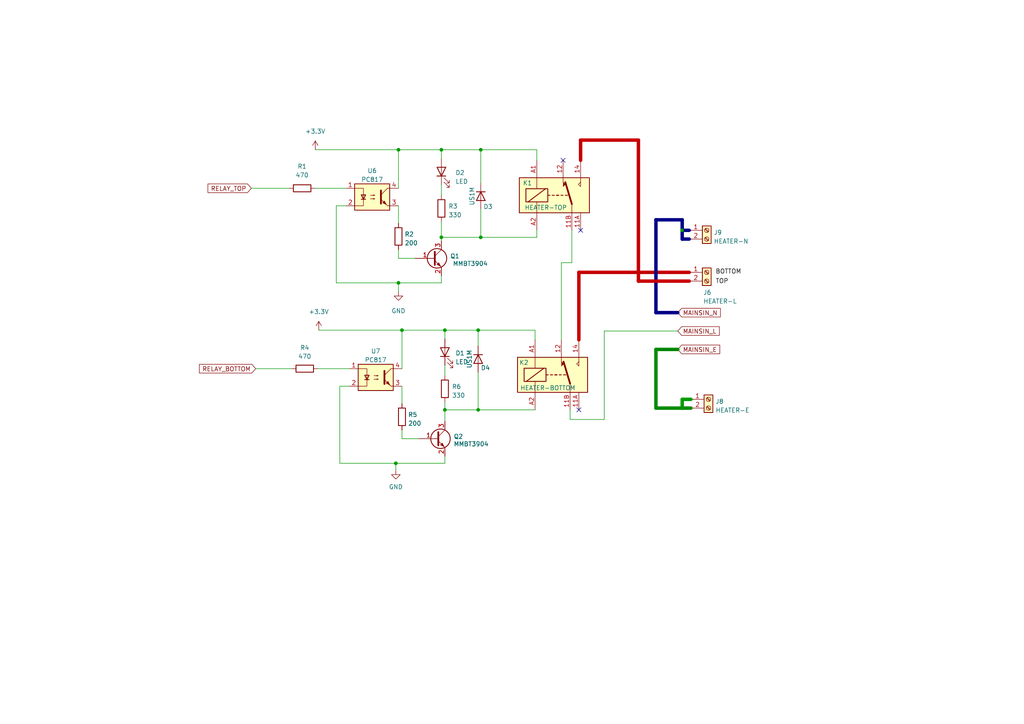
<source format=kicad_sch>
(kicad_sch (version 20230121) (generator eeschema)
  (paper "A4")
  (lib_symbols
    (symbol "Connector:Screw_Terminal_01x02" (pin_names (offset 1.016) hide)
      (property "Reference" "J" (at 0 2.54 0))
      (property "Value" "Screw_Terminal_01x02" (at 0 -5.08 0))
      (symbol "Screw_Terminal_01x02_1_1"
        (rectangle (start -1.27 1.27) (end 1.27 -3.81) (stroke (width 0.254)) (fill (type background)))
        (circle (center 0 -2.54) (radius 0.635) (stroke (width 0.1524)))
        (polyline (pts (xy -0.5334 -2.2098) (xy 0.3302 -3.048)) (stroke (width 0.1524)))
        (polyline (pts (xy -0.5334 0.3302) (xy 0.3302 -0.508)) (stroke (width 0.1524)))
        (polyline (pts (xy -0.3556 -2.032) (xy 0.508 -2.8702)) (stroke (width 0.1524)))
        (polyline (pts (xy -0.3556 0.508) (xy 0.508 -0.3302)) (stroke (width 0.1524)))
        (circle (center 0 0) (radius 0.635) (stroke (width 0.1524)))
        (pin passive line (at -5.08 0 0) (length 3.81) (name "Pin_1") (number "1"))
        (pin passive line (at -5.08 -2.54 0) (length 3.81) (name "Pin_2") (number "2"))
      )
    )
    (symbol "Device:LED" (pin_numbers hide) (pin_names (offset 1.016) hide)
      (property "Reference" "D" (at 0 2.54 0))
      (property "Value" "LED" (at 0 -2.54 0))
      (symbol "LED_0_1"
        (polyline (pts (xy -1.27 -1.27) (xy -1.27 1.27)) (stroke (width 0.254)))
        (polyline (pts (xy -1.27 0) (xy 1.27 0)))
        (polyline (pts (xy 1.27 -1.27) (xy 1.27 1.27) (xy -1.27 0) (xy 1.27 -1.27)) (stroke (width 0.254)))
        (polyline (pts (xy -3.048 -0.762) (xy -4.572 -2.286) (xy -3.81 -2.286) (xy -4.572 -2.286) (xy -4.572 -1.524)))
        (polyline (pts (xy -1.778 -0.762) (xy -3.302 -2.286) (xy -2.54 -2.286) (xy -3.302 -2.286) (xy -3.302 -1.524)))
      )
      (symbol "LED_1_1"
        (pin passive line (at -3.81 0 0) (length 2.54) (name "K") (number "1"))
        (pin passive line (at 3.81 0 180) (length 2.54) (name "A") (number "2"))
      )
    )
    (symbol "Device:R" (pin_numbers hide) (pin_names (offset 0))
      (property "Reference" "R" (at 2.032 0 90))
      (property "Value" "R" (at 0 0 90))
      (symbol "R_0_1"
        (rectangle (start -1.016 -2.54) (end 1.016 2.54) (stroke (width 0.254)))
      )
      (symbol "R_1_1"
        (pin passive line (at 0 3.81 270) (length 1.27) (name "~") (number "1"))
        (pin passive line (at 0 -3.81 90) (length 1.27) (name "~") (number "2"))
      )
    )
    (symbol "Diode:US1M" (pin_numbers hide) (pin_names hide)
      (property "Reference" "D" (at 0 2.54 0))
      (property "Value" "US1M" (at 0 -2.54 0))
      (symbol "US1M_0_1"
        (polyline (pts (xy -1.27 1.27) (xy -1.27 -1.27)) (stroke (width 0.254)))
        (polyline (pts (xy 1.27 0) (xy -1.27 0)))
        (polyline (pts (xy 1.27 1.27) (xy 1.27 -1.27) (xy -1.27 0) (xy 1.27 1.27)) (stroke (width 0.254)))
      )
      (symbol "US1M_1_1"
        (pin passive line (at -3.81 0 0) (length 2.54) (name "K") (number "1"))
        (pin passive line (at 3.81 0 180) (length 2.54) (name "A") (number "2"))
      )
    )
    (symbol "Isolator:PC817" (pin_names (offset 1.016))
      (property "Reference" "U" (at -5.08 5.08 0))
      (property "Value" "PC817" (at 0 5.08 0))
      (symbol "PC817_0_1"
        (rectangle (start -5.08 3.81) (end 5.08 -3.81) (stroke (width 0.254)) (fill (type background)))
        (polyline (pts (xy -3.175 -0.635) (xy -1.905 -0.635)) (stroke (width 0.254)))
        (polyline (pts (xy 2.54 0.635) (xy 4.445 2.54)))
        (polyline (pts (xy 4.445 -2.54) (xy 2.54 -0.635)) (fill (type outline)))
        (polyline (pts (xy 4.445 -2.54) (xy 5.08 -2.54)))
        (polyline (pts (xy 4.445 2.54) (xy 5.08 2.54)))
        (polyline (pts (xy -5.08 2.54) (xy -2.54 2.54) (xy -2.54 -0.635)))
        (polyline (pts (xy -2.54 -0.635) (xy -2.54 -2.54) (xy -5.08 -2.54)))
        (polyline (pts (xy 2.54 1.905) (xy 2.54 -1.905) (xy 2.54 -1.905)) (stroke (width 0.508)))
        (polyline (pts (xy -2.54 -0.635) (xy -3.175 0.635) (xy -1.905 0.635) (xy -2.54 -0.635)) (stroke (width 0.254)))
        (polyline (pts (xy -0.508 -0.508) (xy 0.762 -0.508) (xy 0.381 -0.635) (xy 0.381 -0.381) (xy 0.762 -0.508)))
        (polyline (pts (xy -0.508 0.508) (xy 0.762 0.508) (xy 0.381 0.381) (xy 0.381 0.635) (xy 0.762 0.508)))
        (polyline (pts (xy 3.048 -1.651) (xy 3.556 -1.143) (xy 4.064 -2.159) (xy 3.048 -1.651) (xy 3.048 -1.651)) (fill (type outline)))
      )
      (symbol "PC817_1_1"
        (pin passive line (at -7.62 2.54 0) (length 2.54) (name "~") (number "1"))
        (pin passive line (at -7.62 -2.54 0) (length 2.54) (name "~") (number "2"))
        (pin passive line (at 7.62 -2.54 180) (length 2.54) (name "~") (number "3"))
        (pin passive line (at 7.62 2.54 180) (length 2.54) (name "~") (number "4"))
      )
    )
    (symbol "RAYEX-L90_1"
      (property "Reference" "K4" (at -9.144 3.556 0))
      (property "Value" "HEATER-TOP" (at -8.636 -3.556 0))
      (symbol "RAYEX-L90_1_1_0"
        (polyline (pts (xy 2.54 3.81) (xy 2.54 5.08)))
        (polyline (pts (xy 7.62 3.81) (xy 7.62 5.08)))
        (polyline (pts (xy 7.62 3.81) (xy 7.62 2.54) (xy 6.985 3.175) (xy 7.62 3.81)))
      )
      (symbol "RAYEX-L90_1_1_1"
        (rectangle (start -10.16 5.08) (end 10.16 -5.08) (stroke (width 0.254)) (fill (type background)))
        (rectangle (start -8.255 1.905) (end -1.905 -1.905) (stroke (width 0.254)))
        (polyline (pts (xy -7.62 -1.905) (xy -2.54 1.905)) (stroke (width 0.254)))
        (polyline (pts (xy -5.08 -5.08) (xy -5.08 -1.905)))
        (polyline (pts (xy -5.08 5.08) (xy -5.08 1.905)))
        (polyline (pts (xy -1.905 0) (xy -1.27 0)) (stroke (width 0.254)))
        (polyline (pts (xy -0.635 0) (xy 0 0)) (stroke (width 0.254)))
        (polyline (pts (xy 0.635 0) (xy 1.27 0)) (stroke (width 0.254)))
        (polyline (pts (xy 0.635 0) (xy 1.27 0)) (stroke (width 0.254)))
        (polyline (pts (xy 1.905 0) (xy 2.54 0)) (stroke (width 0.254)))
        (polyline (pts (xy 3.175 0) (xy 3.81 0)) (stroke (width 0.254)))
        (polyline (pts (xy 5.08 -2.54) (xy 3.175 3.81)) (stroke (width 0.508)))
        (polyline (pts (xy 5.08 -2.54) (xy 5.08 -5.08)))
        (polyline (pts (xy 2.54 2.54) (xy 3.175 3.175) (xy 2.54 3.81)) (fill (type outline)))
        (pin passive line (at 7.62 -10.16 90) (length 5.08) (name "~") (number "11A"))
        (pin passive line (at 5.08 -10.16 90) (length 5.08) (name "~") (number "11B"))
        (pin passive line (at 2.54 10.16 270) (length 5.08) (name "~") (number "12"))
        (pin passive line (at 7.62 10.16 270) (length 5.08) (name "~") (number "14"))
        (pin passive line (at -5.08 10.16 270) (length 5.08) (name "~") (number "A1"))
        (pin passive line (at -5.08 -10.16 90) (length 5.08) (name "~") (number "A2"))
      )
    )
    (symbol "Relay:RAYEX-L90"
      (property "Reference" "K3" (at -9.652 3.556 0))
      (property "Value" "HEATER-BOTTOM" (at -9.398 -3.81 0))
      (symbol "RAYEX-L90_1_0"
        (polyline (pts (xy 2.54 3.81) (xy 2.54 5.08)))
        (polyline (pts (xy 7.62 3.81) (xy 7.62 5.08)))
        (polyline (pts (xy 7.62 3.81) (xy 7.62 2.54) (xy 6.985 3.175) (xy 7.62 3.81)))
      )
      (symbol "RAYEX-L90_1_1"
        (rectangle (start -10.16 5.08) (end 10.16 -5.08) (stroke (width 0.254)) (fill (type background)))
        (rectangle (start -8.255 1.905) (end -1.905 -1.905) (stroke (width 0.254)))
        (polyline (pts (xy -7.62 -1.905) (xy -2.54 1.905)) (stroke (width 0.254)))
        (polyline (pts (xy -5.08 -5.08) (xy -5.08 -1.905)))
        (polyline (pts (xy -5.08 5.08) (xy -5.08 1.905)))
        (polyline (pts (xy -1.905 0) (xy -1.27 0)) (stroke (width 0.254)))
        (polyline (pts (xy -0.635 0) (xy 0 0)) (stroke (width 0.254)))
        (polyline (pts (xy 0.635 0) (xy 1.27 0)) (stroke (width 0.254)))
        (polyline (pts (xy 0.635 0) (xy 1.27 0)) (stroke (width 0.254)))
        (polyline (pts (xy 1.905 0) (xy 2.54 0)) (stroke (width 0.254)))
        (polyline (pts (xy 3.175 0) (xy 3.81 0)) (stroke (width 0.254)))
        (polyline (pts (xy 5.08 -2.54) (xy 3.175 3.81)) (stroke (width 0.508)))
        (polyline (pts (xy 5.08 -2.54) (xy 5.08 -5.08)))
        (polyline (pts (xy 2.54 2.54) (xy 3.175 3.175) (xy 2.54 3.81)) (fill (type outline)))
        (pin passive line (at 7.62 -10.16 90) (length 5.08) (name "~") (number "11A"))
        (pin passive line (at 5.08 -10.16 90) (length 5.08) (name "~") (number "11B"))
        (pin passive line (at 2.54 10.16 270) (length 5.08) (name "~") (number "12"))
        (pin passive line (at 7.62 10.16 270) (length 5.08) (name "~") (number "14"))
        (pin passive line (at -5.08 10.16 270) (length 5.08) (name "~") (number "A1"))
        (pin passive line (at -5.08 -10.16 90) (length 5.08) (name "~") (number "A2"))
      )
    )
    (symbol "Transistor_BJT:MMBT3904" (pin_names (offset 0) hide)
      (property "Reference" "Q" (at 5.08 1.905 0))
      (property "Value" "MMBT3904" (at 5.08 0 0))
      (symbol "MMBT3904_0_1"
        (polyline (pts (xy 0.635 0.635) (xy 2.54 2.54)))
        (polyline (pts (xy 0.635 -0.635) (xy 2.54 -2.54) (xy 2.54 -2.54)))
        (polyline (pts (xy 0.635 1.905) (xy 0.635 -1.905) (xy 0.635 -1.905)) (stroke (width 0.508)))
        (polyline (pts (xy 1.27 -1.778) (xy 1.778 -1.27) (xy 2.286 -2.286) (xy 1.27 -1.778) (xy 1.27 -1.778)) (fill (type outline)))
        (circle (center 1.27 0) (radius 2.8194) (stroke (width 0.254)))
      )
      (symbol "MMBT3904_1_1"
        (pin input line (at -5.08 0 0) (length 5.715) (name "B") (number "1"))
        (pin passive line (at 2.54 -5.08 90) (length 2.54) (name "E") (number "2"))
        (pin passive line (at 2.54 5.08 270) (length 2.54) (name "C") (number "3"))
      )
    )
    (symbol "power:+3.3V" (power) (pin_names (offset 0))
      (property "Value" "+3.3V" (at 0 3.556 0))
      (symbol "+3.3V_0_1"
        (polyline (pts (xy -0.762 1.27) (xy 0 2.54)))
        (polyline (pts (xy 0 0) (xy 0 2.54)))
        (polyline (pts (xy 0 2.54) (xy 0.762 1.27)))
      )
      (symbol "+3.3V_1_1"
        (pin power_in line (at 0 0 90) (length 0) hide (name "+3.3V") (number "1"))
      )
    )
    (symbol "power:GND" (power) (pin_names (offset 0))
      (property "Value" "GND" (at 0 -3.81 0))
      (symbol "GND_0_1"
        (polyline (pts (xy 0 0) (xy 0 -1.27) (xy 1.27 -1.27) (xy 0 -2.54) (xy -1.27 -1.27) (xy 0 -1.27)))
      )
      (symbol "GND_1_1"
        (pin power_in line (at 0 0 270) (length 0) hide (name "GND") (number "1"))
      )
    )
  )
  (junction (at 138.684 118.872))
  (junction (at 138.684 95.758))
  (junction (at 197.866 66.802))
  (junction (at 197.866 118.364))
  (junction (at 128.016 43.434))
  (junction (at 116.586 95.758))
  (junction (at 139.446 43.434))
  (junction (at 115.57 82.042))
  (junction (at 115.57 43.434))
  (junction (at 129.032 95.758))
  (junction (at 139.446 68.834))
  (junction (at 128.016 68.834))
  (junction (at 129.032 118.872))
  (junction (at 114.808 134.366))
  (no_connect (at 163.322 46.482))
  (no_connect (at 167.894 118.872))
  (no_connect (at 168.402 66.802))
  (wire (pts (xy 72.898 54.61) (xy 83.82 54.61)))
  (wire (pts (xy 114.808 134.366) (xy 114.808 136.398)))
  (wire (pts (xy 199.898 69.342) (xy 197.866 69.342)) (stroke (width 1) (color 0 0 132 1)))
  (wire (pts (xy 129.032 95.758) (xy 138.684 95.758)))
  (wire (pts (xy 168.402 40.64) (xy 168.402 46.482)) (stroke (width 1) (color 194 0 0 1)))
  (wire (pts (xy 128.016 64.262) (xy 128.016 68.834)))
  (wire (pts (xy 139.446 68.834) (xy 128.016 68.834)))
  (wire (pts (xy 115.57 59.69) (xy 115.57 64.77)))
  (wire (pts (xy 100.33 59.69) (xy 97.536 59.69)))
  (wire (pts (xy 190.246 118.364) (xy 197.866 118.364)) (stroke (width 1) (color 0 132 0 1)))
  (wire (pts (xy 155.194 95.758) (xy 138.684 95.758)))
  (wire (pts (xy 115.57 43.434) (xy 115.57 54.61)))
  (wire (pts (xy 92.456 95.758) (xy 116.586 95.758)))
  (wire (pts (xy 175.26 96.012) (xy 175.26 121.666)))
  (wire (pts (xy 129.032 105.918) (xy 129.032 108.966)))
  (wire (pts (xy 155.194 118.872) (xy 138.684 118.872)))
  (wire (pts (xy 101.346 112.014) (xy 98.552 112.014)))
  (wire (pts (xy 190.246 63.754) (xy 197.866 63.754)) (stroke (width 1) (color 0 0 132 1)))
  (wire (pts (xy 128.016 53.594) (xy 128.016 56.642)))
  (wire (pts (xy 165.354 121.666) (xy 165.354 118.872)))
  (wire (pts (xy 139.446 68.834) (xy 155.702 68.834)))
  (wire (pts (xy 190.246 101.346) (xy 196.596 101.346)) (stroke (width 1) (color 0 132 0 1)))
  (wire (pts (xy 162.814 98.552) (xy 162.814 76.2)))
  (wire (pts (xy 197.866 118.364) (xy 200.406 118.364)) (stroke (width 1) (color 0 132 0 1)))
  (wire (pts (xy 115.57 72.39) (xy 115.57 74.93)))
  (wire (pts (xy 116.586 95.758) (xy 129.032 95.758)))
  (wire (pts (xy 185.166 81.534) (xy 199.898 81.534)) (stroke (width 1) (color 194 0 0 1)))
  (wire (pts (xy 128.016 43.434) (xy 139.446 43.434)))
  (wire (pts (xy 155.194 98.552) (xy 155.194 95.758)))
  (wire (pts (xy 128.016 82.042) (xy 115.57 82.042)))
  (wire (pts (xy 196.596 96.012) (xy 175.26 96.012)))
  (wire (pts (xy 139.446 60.706) (xy 139.446 68.834)))
  (wire (pts (xy 138.684 95.758) (xy 138.684 100.33)))
  (wire (pts (xy 129.032 132.334) (xy 129.032 134.366)))
  (wire (pts (xy 128.016 68.834) (xy 128.016 69.85)))
  (wire (pts (xy 167.894 78.994) (xy 167.894 98.552)) (stroke (width 1) (color 194 0 0 1)))
  (wire (pts (xy 200.406 115.824) (xy 197.866 115.824)) (stroke (width 1)))
  (wire (pts (xy 175.26 121.666) (xy 165.354 121.666)))
  (wire (pts (xy 162.814 76.2) (xy 165.862 76.2)))
  (wire (pts (xy 190.246 90.678) (xy 196.596 90.678)) (stroke (width 1) (color 0 0 132 1)))
  (wire (pts (xy 197.866 69.342) (xy 197.866 66.802)) (stroke (width 1) (color 0 0 132 1)))
  (wire (pts (xy 138.684 107.95) (xy 138.684 118.872)))
  (wire (pts (xy 114.808 134.366) (xy 129.032 134.366)))
  (wire (pts (xy 155.702 68.834) (xy 155.702 66.802)))
  (wire (pts (xy 185.166 40.64) (xy 185.166 81.534)) (stroke (width 1) (color 194 0 0 1)))
  (wire (pts (xy 165.862 66.802) (xy 165.862 76.2)))
  (wire (pts (xy 92.202 106.934) (xy 101.346 106.934)))
  (wire (pts (xy 197.866 63.754) (xy 197.866 66.802)) (stroke (width 1) (color 0 0 132 1)))
  (wire (pts (xy 139.446 43.434) (xy 139.446 53.086)))
  (wire (pts (xy 197.866 115.824) (xy 197.866 118.364)) (stroke (width 1)))
  (wire (pts (xy 197.866 66.802) (xy 197.866 66.548)))
  (wire (pts (xy 167.894 78.994) (xy 199.898 78.994)) (stroke (width 1) (color 194 0 0 1)))
  (wire (pts (xy 115.57 82.042) (xy 115.57 84.582)))
  (wire (pts (xy 128.016 43.434) (xy 128.016 45.974)))
  (wire (pts (xy 138.684 95.504) (xy 138.684 95.758)))
  (wire (pts (xy 155.702 43.434) (xy 155.702 46.482)))
  (wire (pts (xy 97.536 82.042) (xy 115.57 82.042)))
  (wire (pts (xy 116.586 124.714) (xy 116.586 127.254)))
  (wire (pts (xy 116.586 112.014) (xy 116.586 117.094)))
  (wire (pts (xy 128.016 80.01) (xy 128.016 82.042)))
  (wire (pts (xy 185.166 40.64) (xy 168.402 40.64)) (stroke (width 1) (color 194 0 0 1)))
  (wire (pts (xy 116.586 127.254) (xy 121.412 127.254)))
  (wire (pts (xy 98.552 112.014) (xy 98.552 134.366)))
  (wire (pts (xy 98.552 134.366) (xy 114.808 134.366)))
  (wire (pts (xy 115.57 43.434) (xy 128.016 43.434)))
  (wire (pts (xy 91.44 43.434) (xy 115.57 43.434)))
  (wire (pts (xy 74.168 106.934) (xy 84.582 106.934)))
  (wire (pts (xy 139.446 43.434) (xy 155.702 43.434)))
  (wire (pts (xy 190.246 101.346) (xy 190.246 118.364)) (stroke (width 1) (color 0 132 0 1)))
  (wire (pts (xy 91.44 54.61) (xy 100.33 54.61)))
  (wire (pts (xy 197.866 66.802) (xy 199.898 66.802)) (stroke (width 1) (color 0 0 132 1)))
  (wire (pts (xy 97.536 59.69) (xy 97.536 82.042)))
  (wire (pts (xy 190.246 90.678) (xy 190.246 63.754)) (stroke (width 1) (color 0 0 132 1)))
  (wire (pts (xy 115.57 74.93) (xy 120.396 74.93)))
  (wire (pts (xy 129.032 116.586) (xy 129.032 118.872)))
  (wire (pts (xy 129.032 118.872) (xy 129.032 122.174)))
  (wire (pts (xy 129.032 118.872) (xy 138.684 118.872)))
  (wire (pts (xy 129.032 95.758) (xy 129.032 98.298)))
  (wire (pts (xy 116.586 95.758) (xy 116.586 106.934)))
  (label "TOP" (at 207.518 82.55 0))
  (label "BOTTOM" (at 207.518 79.756 0))
  (global_label "RELAY_TOP" (shape input) (at 72.898 54.61 180) (property "Intersheetrefs" "${INTERSHEET_REFS}" (effects hide)))
  (global_label "MAINSIN_E" (shape input) (at 196.596 101.346 0) (property "Intersheetrefs" "${INTERSHEET_REFS}" (effects hide)))
  (global_label "RELAY_BOTTOM" (shape input) (at 74.168 106.934 180) (property "Intersheetrefs" "${INTERSHEET_REFS}" (effects hide)))
  (global_label "MAINSIN_L" (shape input) (at 196.596 96.012 0) (property "Intersheetrefs" "${INTERSHEET_REFS}" (effects hide)))
  (global_label "MAINSIN_N" (shape input) (at 196.596 90.678 0) (property "Intersheetrefs" "${INTERSHEET_REFS}" (effects hide)))
  (symbol (lib_id "power:+3.3V") (at 92.456 95.758 0) (unit 1)
    (property "Reference" "#PWR08" (effects hide))
    (property "Value" "+3.3V" (at 92.456 90.424 0))
  )
  (symbol (lib_id "Device:LED") (at 128.016 49.784 90) (unit 1)
    (property "Reference" "D2" (at 132.08 50.1015 90) (effects (justify right)))
    (property "Value" "LED" (at 132.08 52.6415 90) (effects (justify right)))
    (property "Footprint" "LED_THT:LED_D5.0mm_Clear" (effects hide))
    (instances (project "immersion-controller" (path "" (reference "D2") (unit 1)) (path "" (reference "D6") (unit 1))))
  )
  (symbol (lib_id "Device:R") (at 87.63 54.61 270) (unit 1)
    (property "Reference" "R1" (at 87.63 48.26 90))
    (property "Value" "470" (at 87.63 50.8 90))
    (property "Footprint" "Resistor_SMD:R_0805_2012Metric" (effects hide))
    (instances (project "immersion-controller" (path "" (reference "R1") (unit 1)) (path "" (reference "R8") (unit 1))))
  )
  (symbol (lib_id "Diode:US1M") (at 139.446 56.896 270) (unit 1)
    (property "Reference" "D3" (at 140.208 59.944 90) (effects (justify left)))
    (property "Value" "US1M" (at 136.906 56.896 0))
    (property "Footprint" "Diode_SMD:D_SMA" (effects hide))
    (property "Datasheet" "https://www.diodes.com/assets/Datasheets/ds16008.pdf" (effects hide))
    (property "Sim.Device" "D" (effects hide))
    (property "Sim.Pins" "1=K 2=A" (effects hide))
    (instances (project "immersion-controller" (path "" (reference "D3") (unit 1)) (path "" (reference "D9") (unit 1))))
  )
  (symbol (lib_id "Device:LED") (at 129.032 102.108 90) (unit 1)
    (property "Reference" "D1" (at 132.08 102.4255 90) (effects (justify right)))
    (property "Value" "LED" (at 132.08 104.9655 90) (effects (justify right)))
    (property "Footprint" "LED_THT:LED_D5.0mm_Clear" (effects hide))
    (instances (project "immersion-controller" (path "" (reference "D1") (unit 1)) (path "" (reference "D7") (unit 1))))
  )
  (symbol (lib_id "Device:R") (at 88.392 106.934 270) (unit 1)
    (property "Reference" "R4" (at 88.392 100.838 90))
    (property "Value" "470" (at 88.392 103.378 90))
    (property "Footprint" "Resistor_SMD:R_0805_2012Metric" (effects hide))
    (instances (project "immersion-controller" (path "" (reference "R4") (unit 1)) (path "" (reference "R9") (unit 1))))
  )
  (symbol (lib_id "Isolator:PC817") (at 107.95 57.15 0) (unit 1)
    (property "Reference" "U6" (at 107.95 49.53 0))
    (property "Value" "PC817" (at 107.95 52.07 0))
    (property "Footprint" "Package_DIP:DIP-4_W7.62mm" (effects hide))
    (property "Datasheet" "http://www.soselectronic.cz/a_info/resource/d/pc817.pdf" (effects hide))
    (instances (project "immersion-controller" (path "" (reference "U6") (unit 1)) (path "" (reference "U9") (unit 1))))
  )
  (symbol (lib_id "power:GND") (at 114.808 136.398 0) (unit 1)
    (property "Reference" "#PWR04" (effects hide))
    (property "Value" "GND" (at 114.808 141.224 0))
    (instances (project "immersion-controller" (path "" (reference "#PWR04") (unit 1)) (path "" (reference "#PWR011") (unit 1))))
  )
  (symbol (lib_id "Diode:US1M") (at 138.684 104.14 270) (unit 1)
    (property "Reference" "D4" (at 139.446 106.68 90) (effects (justify left)))
    (property "Value" "US1M" (at 136.144 104.14 0))
    (property "Footprint" "Diode_SMD:D_SMA" (effects hide))
    (property "Datasheet" "https://www.diodes.com/assets/Datasheets/ds16008.pdf" (effects hide))
    (property "Sim.Device" "D" (effects hide))
    (property "Sim.Pins" "1=K 2=A" (effects hide))
    (instances (project "immersion-controller" (path "" (reference "D4") (unit 1)) (path "" (reference "D8") (unit 1))))
  )
  (symbol (lib_name "RAYEX-L90_1") (lib_id "Relay:RAYEX-L90") (at 160.782 56.642 0) (unit 1)
    (property "Reference" "K1" (at 151.638 53.086 0) (effects (justify left)))
    (property "Value" "HEATER-TOP" (at 152.146 60.198 0) (effects (justify left)))
    (property "Footprint" "Relay_THT:Relay_SPDT_RAYEX-L90" (effects hide))
    (property "Datasheet" "https://a3.sofastcdn.com/attachment/7jioKBjnRiiSrjrjknRiwS77gwbf3zmp/L90-SERIES.pdf" (effects hide))
    (instances (project "immersion-controller" (path "" (reference "K1") (unit 1)) (path "" (reference "K4") (unit 1))))
  )
  (symbol (lib_id "power:+3.3V") (at 91.44 43.434 0) (unit 1)
    (property "Reference" "#PWR07" (effects hide))
    (property "Value" "+3.3V" (at 91.44 38.1 0))
  )
  (symbol (lib_id "Device:R") (at 129.032 112.776 0) (unit 1)
    (property "Reference" "R6" (at 131.064 112.141 0) (effects (justify left)))
    (property "Value" "330" (at 131.064 114.681 0) (effects (justify left)))
    (property "Footprint" "Resistor_SMD:R_0805_2012Metric" (effects hide))
    (instances (project "immersion-controller" (path "" (reference "R6") (unit 1)) (path "" (reference "R13") (unit 1))))
  )
  (symbol (lib_id "Connector:Screw_Terminal_01x02") (at 204.978 78.994 0) (unit 1)
    (property "Reference" "J6" (at 203.962 84.836 0) (effects (justify left)))
    (property "Value" "HEATER-L" (at 203.962 87.376 0) (effects (justify left)))
    (property "Footprint" "TerminalBlock_Dinkle:TerminalBlock_Dinkle_DT-55-B01X-02_P10.00mm" (effects hide))
    (instances (project "immersion-controller" (path "" (reference "J6") (unit 1)) (path "" (reference "J8") (unit 1))))
  )
  (symbol (lib_id "Connector:Screw_Terminal_01x02") (at 204.978 66.802 0) (unit 1)
    (property "Reference" "J9" (at 207.01 67.437 0) (effects (justify left)))
    (property "Value" "HEATER-N" (at 207.01 69.977 0) (effects (justify left)))
    (property "Footprint" "TerminalBlock_Dinkle:TerminalBlock_Dinkle_DT-55-B01X-02_P10.00mm" (effects hide))
    (instances (project "immersion-controller" (path "" (reference "J9") (unit 1)) (path "" (reference "J7") (unit 1))))
  )
  (symbol (lib_id "Connector:Screw_Terminal_01x02") (at 205.486 115.824 0) (unit 1)
    (property "Reference" "J8" (at 207.518 116.459 0) (effects (justify left)))
    (property "Value" "HEATER-E" (at 207.518 118.999 0) (effects (justify left)))
    (property "Footprint" "TerminalBlock_Dinkle:TerminalBlock_Dinkle_DT-55-B01X-02_P10.00mm" (effects hide))
    (instances (project "immersion-controller" (path "" (reference "J8") (unit 1)) (path "" (reference "J6") (unit 1))))
  )
  (symbol (lib_id "Device:R") (at 128.016 60.452 0) (unit 1)
    (property "Reference" "R3" (at 130.048 59.817 0) (effects (justify left)))
    (property "Value" "330" (at 130.048 62.357 0) (effects (justify left)))
    (property "Footprint" "Resistor_SMD:R_0805_2012Metric" (effects hide))
    (instances (project "immersion-controller" (path "" (reference "R3") (unit 1)) (path "" (reference "R12") (unit 1))))
  )
  (symbol (lib_id "Transistor_BJT:MMBT3904") (at 125.476 74.93 0) (unit 1)
    (property "Reference" "Q1" (at 130.556 74.295 0) (effects (justify left)))
    (property "Value" "MMBT3904" (at 131.318 76.454 0) (effects (justify left)))
    (property "Footprint" "Package_TO_SOT_SMD:SOT-23" (effects hide))
    (property "Datasheet" "https://www.onsemi.com/pdf/datasheet/pzt3904-d.pdf" (effects hide))
    (instances (project "immersion-controller" (path "" (reference "Q1") (unit 1)) (path "" (reference "Q5") (unit 1))))
  )
  (symbol (lib_id "Isolator:PC817") (at 108.966 109.474 0) (unit 1)
    (property "Reference" "U7" (at 108.966 101.854 0))
    (property "Value" "PC817" (at 108.966 104.394 0))
    (property "Footprint" "Package_DIP:DIP-4_W7.62mm" (effects hide))
    (property "Datasheet" "http://www.soselectronic.cz/a_info/resource/d/pc817.pdf" (effects hide))
    (instances (project "immersion-controller" (path "" (reference "U7") (unit 1)) (path "" (reference "U10") (unit 1))))
  )
  (symbol (lib_id "Relay:RAYEX-L90") (at 160.274 108.712 0) (unit 1)
    (property "Reference" "K2" (at 150.622 105.156 0) (effects (justify left)))
    (property "Value" "HEATER-BOTTOM" (at 150.876 112.522 0) (effects (justify left)))
    (property "Footprint" "Relay_THT:Relay_SPDT_RAYEX-L90" (effects hide))
    (property "Datasheet" "https://a3.sofastcdn.com/attachment/7jioKBjnRiiSrjrjknRiwS77gwbf3zmp/L90-SERIES.pdf" (effects hide))
    (instances (project "immersion-controller" (path "" (reference "K2") (unit 1)) (path "" (reference "K3") (unit 1))))
  )
  (symbol (lib_id "Transistor_BJT:MMBT3904") (at 126.492 127.254 0) (unit 1)
    (property "Reference" "Q2" (at 131.572 126.619 0) (effects (justify left)))
    (property "Value" "MMBT3904" (at 131.572 128.778 0) (effects (justify left)))
    (property "Footprint" "Package_TO_SOT_SMD:SOT-23" (effects hide))
    (property "Datasheet" "https://www.onsemi.com/pdf/datasheet/pzt3904-d.pdf" (effects hide))
    (instances (project "immersion-controller" (path "" (reference "Q2") (unit 1)) (path "" (reference "Q4") (unit 1))))
  )
  (symbol (lib_id "Device:R") (at 115.57 68.58 0) (unit 1)
    (property "Reference" "R2" (at 117.348 67.945 0) (effects (justify left)))
    (property "Value" "200" (at 117.348 70.485 0) (effects (justify left)))
    (property "Footprint" "Resistor_SMD:R_0805_2012Metric" (effects hide))
    (instances (project "immersion-controller" (path "" (reference "R2") (unit 1)) (path "" (reference "R10") (unit 1))))
  )
  (symbol (lib_id "Device:R") (at 116.586 120.904 0) (unit 1)
    (property "Reference" "R5" (at 118.364 120.269 0) (effects (justify left)))
    (property "Value" "200" (at 118.364 122.809 0) (effects (justify left)))
    (property "Footprint" "Resistor_SMD:R_0805_2012Metric" (effects hide))
    (instances (project "immersion-controller" (path "" (reference "R5") (unit 1)) (path "" (reference "R11") (unit 1))))
  )
  (symbol (lib_id "power:GND") (at 115.57 84.582 0) (unit 1)
    (property "Reference" "#PWR06" (effects hide))
    (property "Value" "GND" (at 115.57 90.17 0))
  )
)
</source>
